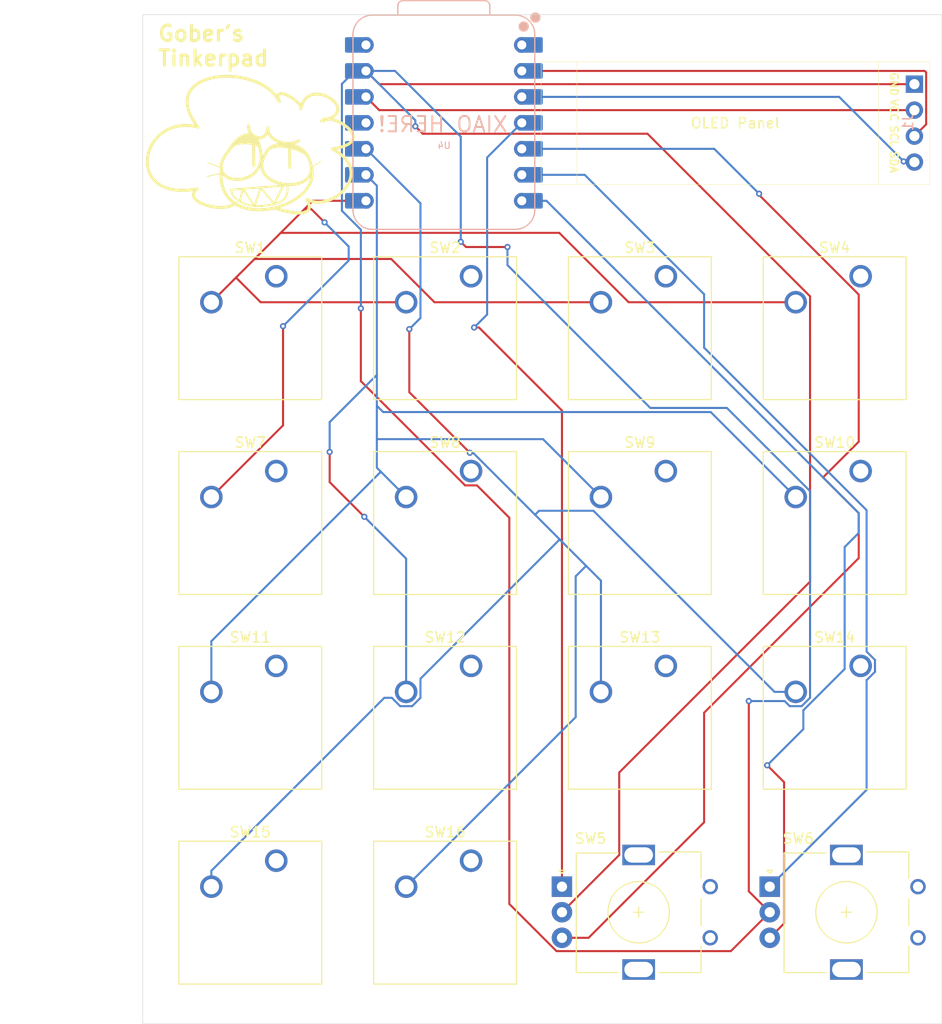
<source format=kicad_pcb>
(kicad_pcb (version 20241229) (generator "pcbnew") (generator_version "9.0")
  (layers (0 "F.Cu" signal) (2 "B.Cu" signal) (13 "F.Paste" user) (15 "B.Paste" user) (5 "F.SilkS" user "F.Silkscreen") (7 "B.SilkS" user "B.Silkscreen") (1 "F.Mask" user) (3 "B.Mask" user) (25 "Edge.Cuts" user))
  (net 0 "")
  (net 1 "Net-(J1-SCL)")
  (net 2 "Net-(J1-SDA)")
  (net 3 "Net-(J1-VCC)")
  (net 4 "GND")
  (net 5 "Net-(U4-GPIO6{slash}SDA)")
  (net 6 "Net-(U4-GPIO29{slash}ADC3{slash}A3)")
  (net 7 "Net-(U4-GPIO0{slash}TX)")
  (net 10 "+5V")
  (net 25 "Net-(U4-GPIO7{slash}SCL)")
  (net 26 "Net-(U4-GPIO1{slash}RX)")
  (net 27 "Net-(U4-GPIO2{slash}SCK)")
  (net 28 "Net-(U4-GPIO4{slash}MISO)")
  (footprint "Button_Switch_Keyboard:SW_Cherry_MX_1.00u_PCB" (layer "F.Cu") (at 157.88 95.25)
    (property "Reference" "SW9" (at -2.54 -2.794 0) (layer "F.SilkS"))
    (property "Value" "SW_Push" (hide yes))
    (fp_line (start -9.525 -1.905) (end 4.445 -1.905) (stroke (width 0.12)) (layer "F.SilkS"))
    (fp_line (start -9.525 12.065) (end -9.525 -1.905) (stroke (width 0.12)) (layer "F.SilkS"))
    (fp_line (start 4.445 -1.905) (end 4.445 12.065) (stroke (width 0.12)) (layer "F.SilkS"))
    (fp_line (start 4.445 12.065) (end -9.525 12.065) (stroke (width 0.12)) (layer "F.SilkS"))
    (pad "" np_thru_hole circle (at -7.62 5.08) (size 1.7 1.7) (drill 1.7) (layers "*.Cu" "*.Mask"))
    (pad "" np_thru_hole circle (at -2.54 5.08) (size 4 4) (drill 4) (layers "*.Cu" "*.Mask"))
    (pad "" np_thru_hole circle (at 2.54 5.08) (size 1.7 1.7) (drill 1.7) (layers "*.Cu" "*.Mask"))
    (pad "1" thru_hole circle (at 0 0) (size 2.2 2.2) (drill 1.5) (layers "*.Cu" "*.Mask"))
    (pad "2" thru_hole circle (at -6.35 2.54) (size 2.2 2.2) (drill 1.5) (layers "*.Cu" "*.Mask") (net 27 "Net-(U4-GPIO2{slash}SCK)"))
  )
  (footprint "Button_Switch_Keyboard:SW_Cherry_MX_1.00u_PCB" (layer "F.Cu") (at 119.78 76.2)
    (property "Reference" "SW1" (at -2.54 -2.794 0) (layer "F.SilkS"))
    (property "Value" "SW_Push" (hide yes))
    (fp_line (start -9.525 -1.905) (end 4.445 -1.905) (stroke (width 0.12)) (layer "F.SilkS"))
    (fp_line (start -9.525 12.065) (end -9.525 -1.905) (stroke (width 0.12)) (layer "F.SilkS"))
    (fp_line (start 4.445 -1.905) (end 4.445 12.065) (stroke (width 0.12)) (layer "F.SilkS"))
    (fp_line (start 4.445 12.065) (end -9.525 12.065) (stroke (width 0.12)) (layer "F.SilkS"))
    (pad "" np_thru_hole circle (at -7.62 5.08) (size 1.7 1.7) (drill 1.7) (layers "*.Cu" "*.Mask"))
    (pad "" np_thru_hole circle (at -2.54 5.08) (size 4 4) (drill 4) (layers "*.Cu" "*.Mask"))
    (pad "" np_thru_hole circle (at 2.54 5.08) (size 1.7 1.7) (drill 1.7) (layers "*.Cu" "*.Mask"))
    (pad "1" thru_hole circle (at 0 0) (size 2.2 2.2) (drill 1.5) (layers "*.Cu" "*.Mask"))
    (pad "2" thru_hole circle (at -6.35 2.54) (size 2.2 2.2) (drill 1.5) (layers "*.Cu" "*.Mask") (net 26 "Net-(U4-GPIO1{slash}RX)"))
  )
  (footprint "Button_Switch_Keyboard:SW_Cherry_MX_1.00u_PCB" (layer "F.Cu") (at 138.83 133.35)
    (property "Reference" "SW16" (at -2.54 -2.794 0) (layer "F.SilkS"))
    (property "Value" "SW_Push" (hide yes))
    (fp_line (start -9.525 -1.905) (end 4.445 -1.905) (stroke (width 0.12)) (layer "F.SilkS"))
    (fp_line (start -9.525 12.065) (end -9.525 -1.905) (stroke (width 0.12)) (layer "F.SilkS"))
    (fp_line (start 4.445 -1.905) (end 4.445 12.065) (stroke (width 0.12)) (layer "F.SilkS"))
    (fp_line (start 4.445 12.065) (end -9.525 12.065) (stroke (width 0.12)) (layer "F.SilkS"))
    (pad "" np_thru_hole circle (at -7.62 5.08) (size 1.7 1.7) (drill 1.7) (layers "*.Cu" "*.Mask"))
    (pad "" np_thru_hole circle (at -2.54 5.08) (size 4 4) (drill 4) (layers "*.Cu" "*.Mask"))
    (pad "" np_thru_hole circle (at 2.54 5.08) (size 1.7 1.7) (drill 1.7) (layers "*.Cu" "*.Mask"))
    (pad "1" thru_hole circle (at 0 0) (size 2.2 2.2) (drill 1.5) (layers "*.Cu" "*.Mask"))
    (pad "2" thru_hole circle (at -6.35 2.54) (size 2.2 2.2) (drill 1.5) (layers "*.Cu" "*.Mask") (net 28 "Net-(U4-GPIO4{slash}MISO)"))
  )
  (footprint "Button_Switch_Keyboard:SW_Cherry_MX_1.00u_PCB" (layer "F.Cu") (at 119.78 95.25)
    (property "Reference" "SW7" (at -2.54 -2.794 0) (layer "F.SilkS"))
    (property "Value" "SW_Push" (hide yes))
    (fp_line (start -9.525 -1.905) (end 4.445 -1.905) (stroke (width 0.12)) (layer "F.SilkS"))
    (fp_line (start -9.525 12.065) (end -9.525 -1.905) (stroke (width 0.12)) (layer "F.SilkS"))
    (fp_line (start 4.445 -1.905) (end 4.445 12.065) (stroke (width 0.12)) (layer "F.SilkS"))
    (fp_line (start 4.445 12.065) (end -9.525 12.065) (stroke (width 0.12)) (layer "F.SilkS"))
    (pad "" np_thru_hole circle (at -7.62 5.08) (size 1.7 1.7) (drill 1.7) (layers "*.Cu" "*.Mask"))
    (pad "" np_thru_hole circle (at -2.54 5.08) (size 4 4) (drill 4) (layers "*.Cu" "*.Mask"))
    (pad "" np_thru_hole circle (at 2.54 5.08) (size 1.7 1.7) (drill 1.7) (layers "*.Cu" "*.Mask"))
    (pad "1" thru_hole circle (at 0 0) (size 2.2 2.2) (drill 1.5) (layers "*.Cu" "*.Mask"))
    (pad "2" thru_hole circle (at -6.35 2.54) (size 2.2 2.2) (drill 1.5) (layers "*.Cu" "*.Mask") (net 26 "Net-(U4-GPIO1{slash}RX)"))
  )
  (footprint "custom:awesome_oled" (layer "F.Cu") (at 145.685 55.225)
    (property "Reference" "J1" (at 35.87 5.91 90) (layer "B.SilkS") (effects (justify mirror)))
    (property "Value" "custom oled pins" (hide yes))
    (fp_line (start 0 0) (end 0 12) (stroke (width 0.04)) (layer "F.SilkS"))
    (fp_line (start 0 12) (end 38 12) (stroke (width 0.04)) (layer "F.SilkS"))
    (fp_line (start 3.5 0) (end 3.5 12) (stroke (width 0.04)) (layer "F.SilkS"))
    (fp_line (start 33 0) (end 33 12) (stroke (width 0.04)) (layer "F.SilkS"))
    (fp_line (start 38 0) (end 0 0) (stroke (width 0.04)) (layer "F.SilkS"))
    (fp_line (start 38 12) (end 38 0) (stroke (width 0.04)) (layer "F.SilkS"))
    (pad "1" thru_hole rect (at 36.5 2.19) (size 1.7 1.7) (drill 1) (layers "*.Cu" "*.Mask") (net 4 "GND"))
    (pad "2" thru_hole oval (at 36.5 4.73) (size 1.7 1.7) (drill 1) (layers "*.Cu" "*.Mask") (net 3 "Net-(J1-VCC)"))
    (pad "3" thru_hole oval (at 36.5 7.27) (size 1.7 1.7) (drill 1) (layers "*.Cu" "*.Mask") (net 1 "Net-(J1-SCL)"))
    (pad "4" thru_hole oval (at 36.5 9.81) (size 1.7 1.7) (drill 1) (layers "*.Cu" "*.Mask") (net 2 "Net-(J1-SDA)"))
  )
  (footprint "Button_Switch_Keyboard:SW_Cherry_MX_1.00u_PCB" (layer "F.Cu") (at 138.83 76.2)
    (property "Reference" "SW2" (at -2.54 -2.794 0) (layer "F.SilkS"))
    (property "Value" "SW_Push" (hide yes))
    (fp_line (start -9.525 -1.905) (end 4.445 -1.905) (stroke (width 0.12)) (layer "F.SilkS"))
    (fp_line (start -9.525 12.065) (end -9.525 -1.905) (stroke (width 0.12)) (layer "F.SilkS"))
    (fp_line (start 4.445 -1.905) (end 4.445 12.065) (stroke (width 0.12)) (layer "F.SilkS"))
    (fp_line (start 4.445 12.065) (end -9.525 12.065) (stroke (width 0.12)) (layer "F.SilkS"))
    (pad "" np_thru_hole circle (at -7.62 5.08) (size 1.7 1.7) (drill 1.7) (layers "*.Cu" "*.Mask"))
    (pad "" np_thru_hole circle (at -2.54 5.08) (size 4 4) (drill 4) (layers "*.Cu" "*.Mask"))
    (pad "" np_thru_hole circle (at 2.54 5.08) (size 1.7 1.7) (drill 1.7) (layers "*.Cu" "*.Mask"))
    (pad "1" thru_hole circle (at 0 0) (size 2.2 2.2) (drill 1.5) (layers "*.Cu" "*.Mask"))
    (pad "2" thru_hole circle (at -6.35 2.54) (size 2.2 2.2) (drill 1.5) (layers "*.Cu" "*.Mask") (net 26 "Net-(U4-GPIO1{slash}RX)"))
  )
  (footprint "Button_Switch_Keyboard:SW_Cherry_MX_1.00u_PCB" (layer "F.Cu") (at 119.78 114.3)
    (property "Reference" "SW11" (at -2.54 -2.794 0) (layer "F.SilkS"))
    (property "Value" "SW_Push" (hide yes))
    (fp_line (start -9.525 -1.905) (end 4.445 -1.905) (stroke (width 0.12)) (layer "F.SilkS"))
    (fp_line (start -9.525 12.065) (end -9.525 -1.905) (stroke (width 0.12)) (layer "F.SilkS"))
    (fp_line (start 4.445 -1.905) (end 4.445 12.065) (stroke (width 0.12)) (layer "F.SilkS"))
    (fp_line (start 4.445 12.065) (end -9.525 12.065) (stroke (width 0.12)) (layer "F.SilkS"))
    (pad "" np_thru_hole circle (at -7.62 5.08) (size 1.7 1.7) (drill 1.7) (layers "*.Cu" "*.Mask"))
    (pad "" np_thru_hole circle (at -2.54 5.08) (size 4 4) (drill 4) (layers "*.Cu" "*.Mask"))
    (pad "" np_thru_hole circle (at 2.54 5.08) (size 1.7 1.7) (drill 1.7) (layers "*.Cu" "*.Mask"))
    (pad "1" thru_hole circle (at 0 0) (size 2.2 2.2) (drill 1.5) (layers "*.Cu" "*.Mask"))
    (pad "2" thru_hole circle (at -6.35 2.54) (size 2.2 2.2) (drill 1.5) (layers "*.Cu" "*.Mask") (net 27 "Net-(U4-GPIO2{slash}SCK)"))
  )
  (footprint "Button_Switch_Keyboard:SW_Cherry_MX_1.00u_PCB" (layer "F.Cu") (at 176.93 114.3)
    (property "Reference" "SW14" (at -2.54 -2.794 0) (layer "F.SilkS"))
    (property "Value" "SW_Push" (hide yes))
    (fp_line (start -9.525 -1.905) (end 4.445 -1.905) (stroke (width 0.12)) (layer "F.SilkS"))
    (fp_line (start -9.525 12.065) (end -9.525 -1.905) (stroke (width 0.12)) (layer "F.SilkS"))
    (fp_line (start 4.445 -1.905) (end 4.445 12.065) (stroke (width 0.12)) (layer "F.SilkS"))
    (fp_line (start 4.445 12.065) (end -9.525 12.065) (stroke (width 0.12)) (layer "F.SilkS"))
    (pad "" np_thru_hole circle (at -7.62 5.08) (size 1.7 1.7) (drill 1.7) (layers "*.Cu" "*.Mask"))
    (pad "" np_thru_hole circle (at -2.54 5.08) (size 4 4) (drill 4) (layers "*.Cu" "*.Mask"))
    (pad "" np_thru_hole circle (at 2.54 5.08) (size 1.7 1.7) (drill 1.7) (layers "*.Cu" "*.Mask"))
    (pad "1" thru_hole circle (at 0 0) (size 2.2 2.2) (drill 1.5) (layers "*.Cu" "*.Mask"))
    (pad "2" thru_hole circle (at -6.35 2.54) (size 2.2 2.2) (drill 1.5) (layers "*.Cu" "*.Mask") (net 28 "Net-(U4-GPIO4{slash}MISO)"))
  )
  (footprint "Button_Switch_Keyboard:SW_Cherry_MX_1.00u_PCB" (layer "F.Cu") (at 138.83 114.3)
    (property "Reference" "SW12" (at -2.54 -2.794 0) (layer "F.SilkS"))
    (property "Value" "SW_Push" (hide yes))
    (fp_line (start -9.525 -1.905) (end 4.445 -1.905) (stroke (width 0.12)) (layer "F.SilkS"))
    (fp_line (start -9.525 12.065) (end -9.525 -1.905) (stroke (width 0.12)) (layer "F.SilkS"))
    (fp_line (start 4.445 -1.905) (end 4.445 12.065) (stroke (width 0.12)) (layer "F.SilkS"))
    (fp_line (start 4.445 12.065) (end -9.525 12.065) (stroke (width 0.12)) (layer "F.SilkS"))
    (pad "" np_thru_hole circle (at -7.62 5.08) (size 1.7 1.7) (drill 1.7) (layers "*.Cu" "*.Mask"))
    (pad "" np_thru_hole circle (at -2.54 5.08) (size 4 4) (drill 4) (layers "*.Cu" "*.Mask"))
    (pad "" np_thru_hole circle (at 2.54 5.08) (size 1.7 1.7) (drill 1.7) (layers "*.Cu" "*.Mask"))
    (pad "1" thru_hole circle (at 0 0) (size 2.2 2.2) (drill 1.5) (layers "*.Cu" "*.Mask"))
    (pad "2" thru_hole circle (at -6.35 2.54) (size 2.2 2.2) (drill 1.5) (layers "*.Cu" "*.Mask") (net 27 "Net-(U4-GPIO2{slash}SCK)"))
  )
  (footprint "Button_Switch_Keyboard:SW_Cherry_MX_1.00u_PCB" (layer "F.Cu") (at 157.88 114.3)
    (property "Reference" "SW13" (at -2.54 -2.794 0) (layer "F.SilkS"))
    (property "Value" "SW_Push" (hide yes))
    (fp_line (start -9.525 -1.905) (end 4.445 -1.905) (stroke (width 0.12)) (layer "F.SilkS"))
    (fp_line (start -9.525 12.065) (end -9.525 -1.905) (stroke (width 0.12)) (layer "F.SilkS"))
    (fp_line (start 4.445 -1.905) (end 4.445 12.065) (stroke (width 0.12)) (layer "F.SilkS"))
    (fp_line (start 4.445 12.065) (end -9.525 12.065) (stroke (width 0.12)) (layer "F.SilkS"))
    (pad "" np_thru_hole circle (at -7.62 5.08) (size 1.7 1.7) (drill 1.7) (layers "*.Cu" "*.Mask"))
    (pad "" np_thru_hole circle (at -2.54 5.08) (size 4 4) (drill 4) (layers "*.Cu" "*.Mask"))
    (pad "" np_thru_hole circle (at 2.54 5.08) (size 1.7 1.7) (drill 1.7) (layers "*.Cu" "*.Mask"))
    (pad "1" thru_hole circle (at 0 0) (size 2.2 2.2) (drill 1.5) (layers "*.Cu" "*.Mask"))
    (pad "2" thru_hole circle (at -6.35 2.54) (size 2.2 2.2) (drill 1.5) (layers "*.Cu" "*.Mask") (net 28 "Net-(U4-GPIO4{slash}MISO)"))
  )
  (footprint "Rotary_Encoder:RotaryEncoder_Alps_EC11E_Vertical_H20mm" (layer "F.Cu") (at 168.04 135.89)
    (property "Reference" "SW6" (at 2.8 -4.7 0) (layer "F.SilkS"))
    (property "Value" "RotaryEncoder" (hide yes))
    (fp_line (start -0.3 -1.6) (end 0.3 -1.6) (stroke (width 0.12)) (layer "F.SilkS"))
    (fp_line (start 0 -1.3) (end -0.3 -1.6) (stroke (width 0.12)) (layer "F.SilkS"))
    (fp_line (start 0.3 -1.6) (end 0 -1.3) (stroke (width 0.12)) (layer "F.SilkS"))
    (fp_line (start 1.4 -3.3) (end 1.4 8.4) (stroke (width 0.12)) (layer "F.SilkS"))
    (fp_line (start 5.5 -3.3) (end 1.4 -3.3) (stroke (width 0.12)) (layer "F.SilkS"))
    (fp_line (start 5.5 8.4) (end 1.4 8.4) (stroke (width 0.12)) (layer "F.SilkS"))
    (fp_line (start 7 2.5) (end 8 2.5) (stroke (width 0.12)) (layer "F.SilkS"))
    (fp_line (start 7.5 2) (end 7.5 3) (stroke (width 0.12)) (layer "F.SilkS"))
    (fp_line (start 9.5 -3.4) (end 13.6 -3.4) (stroke (width 0.12)) (layer "F.SilkS"))
    (fp_line (start 13.6 -3.4) (end 13.6 -0.8) (stroke (width 0.12)) (layer "F.SilkS"))
    (fp_line (start 13.6 1.2) (end 13.6 3.8) (stroke (width 0.12)) (layer "F.SilkS"))
    (fp_line (start 13.6 5.8) (end 13.6 8.4) (stroke (width 0.12)) (layer "F.SilkS"))
    (fp_line (start 13.6 8.4) (end 9.5 8.4) (stroke (width 0.12)) (layer "F.SilkS"))
    (fp_circle (center 7.5 2.5) (end 10.5 2.5) (stroke (width 0.12)) (fill no) (layer "F.SilkS"))
    (pad "" thru_hole circle (at 14.5 0) (size 1.5 1.5) (drill 1) (layers "*.Cu" "*.Mask"))
    (pad "" thru_hole circle (at 14.5 5) (size 1.5 1.5) (drill 1) (layers "*.Cu" "*.Mask"))
    (pad "A" thru_hole rect (at 0 0) (size 2 2) (drill 1) (layers "*.Cu" "*.Mask") (net 25 "Net-(U4-GPIO7{slash}SCL)"))
    (pad "B" thru_hole circle (at 0 5) (size 2 2) (drill 1) (layers "*.Cu" "*.Mask") (net 7 "Net-(U4-GPIO0{slash}TX)"))
    (pad "C" thru_hole circle (at 0 2.5) (size 2 2) (drill 1) (layers "*.Cu" "*.Mask") (net 4 "GND"))
    (pad "MP" thru_hole rect (at 7.5 -3.1) (size 3.2 2) (drill oval 2.8 1.5) (layers "*.Cu" "*.Mask"))
    (pad "MP" thru_hole rect (at 7.5 8.1) (size 3.2 2) (drill oval 2.8 1.5) (layers "*.Cu" "*.Mask"))
  )
  (footprint "Button_Switch_Keyboard:SW_Cherry_MX_1.00u_PCB" (layer "F.Cu") (at 176.93 95.25)
    (property "Reference" "SW10" (at -2.54 -2.794 0) (layer "F.SilkS"))
    (property "Value" "SW_Push" (hide yes))
    (fp_line (start -9.525 -1.905) (end 4.445 -1.905) (stroke (width 0.12)) (layer "F.SilkS"))
    (fp_line (start -9.525 12.065) (end -9.525 -1.905) (stroke (width 0.12)) (layer "F.SilkS"))
    (fp_line (start 4.445 -1.905) (end 4.445 12.065) (stroke (width 0.12)) (layer "F.SilkS"))
    (fp_line (start 4.445 12.065) (end -9.525 12.065) (stroke (width 0.12)) (layer "F.SilkS"))
    (pad "" np_thru_hole circle (at -7.62 5.08) (size 1.7 1.7) (drill 1.7) (layers "*.Cu" "*.Mask"))
    (pad "" np_thru_hole circle (at -2.54 5.08) (size 4 4) (drill 4) (layers "*.Cu" "*.Mask"))
    (pad "" np_thru_hole circle (at 2.54 5.08) (size 1.7 1.7) (drill 1.7) (layers "*.Cu" "*.Mask"))
    (pad "1" thru_hole circle (at 0 0) (size 2.2 2.2) (drill 1.5) (layers "*.Cu" "*.Mask"))
    (pad "2" thru_hole circle (at -6.35 2.54) (size 2.2 2.2) (drill 1.5) (layers "*.Cu" "*.Mask") (net 27 "Net-(U4-GPIO2{slash}SCK)"))
  )
  (footprint "Button_Switch_Keyboard:SW_Cherry_MX_1.00u_PCB" (layer "F.Cu") (at 119.78 133.35)
    (property "Reference" "SW15" (at -2.54 -2.794 0) (layer "F.SilkS"))
    (property "Value" "SW_Push" (hide yes))
    (fp_line (start -9.525 -1.905) (end 4.445 -1.905) (stroke (width 0.12)) (layer "F.SilkS"))
    (fp_line (start -9.525 12.065) (end -9.525 -1.905) (stroke (width 0.12)) (layer "F.SilkS"))
    (fp_line (start 4.445 -1.905) (end 4.445 12.065) (stroke (width 0.12)) (layer "F.SilkS"))
    (fp_line (start 4.445 12.065) (end -9.525 12.065) (stroke (width 0.12)) (layer "F.SilkS"))
    (pad "" np_thru_hole circle (at -7.62 5.08) (size 1.7 1.7) (drill 1.7) (layers "*.Cu" "*.Mask"))
    (pad "" np_thru_hole circle (at -2.54 5.08) (size 4 4) (drill 4) (layers "*.Cu" "*.Mask"))
    (pad "" np_thru_hole circle (at 2.54 5.08) (size 1.7 1.7) (drill 1.7) (layers "*.Cu" "*.Mask"))
    (pad "1" thru_hole circle (at 0 0) (size 2.2 2.2) (drill 1.5) (layers "*.Cu" "*.Mask"))
    (pad "2" thru_hole circle (at -6.35 2.54) (size 2.2 2.2) (drill 1.5) (layers "*.Cu" "*.Mask") (net 28 "Net-(U4-GPIO4{slash}MISO)"))
  )
  (footprint "Button_Switch_Keyboard:SW_Cherry_MX_1.00u_PCB" (layer "F.Cu") (at 138.83 95.25)
    (property "Reference" "SW8" (at -2.54 -2.794 0) (layer "F.SilkS"))
    (property "Value" "SW_Push" (hide yes))
    (fp_line (start -9.525 -1.905) (end 4.445 -1.905) (stroke (width 0.12)) (layer "F.SilkS"))
    (fp_line (start -9.525 12.065) (end -9.525 -1.905) (stroke (width 0.12)) (layer "F.SilkS"))
    (fp_line (start 4.445 -1.905) (end 4.445 12.065) (stroke (width 0.12)) (layer "F.SilkS"))
    (fp_line (start 4.445 12.065) (end -9.525 12.065) (stroke (width 0.12)) (layer "F.SilkS"))
    (pad "" np_thru_hole circle (at -7.62 5.08) (size 1.7 1.7) (drill 1.7) (layers "*.Cu" "*.Mask"))
    (pad "" np_thru_hole circle (at -2.54 5.08) (size 4 4) (drill 4) (layers "*.Cu" "*.Mask"))
    (pad "" np_thru_hole circle (at 2.54 5.08) (size 1.7 1.7) (drill 1.7) (layers "*.Cu" "*.Mask"))
    (pad "1" thru_hole circle (at 0 0) (size 2.2 2.2) (drill 1.5) (layers "*.Cu" "*.Mask"))
    (pad "2" thru_hole circle (at -6.35 2.54) (size 2.2 2.2) (drill 1.5) (layers "*.Cu" "*.Mask") (net 27 "Net-(U4-GPIO2{slash}SCK)"))
  )
  (footprint "Rotary_Encoder:RotaryEncoder_Alps_EC11E_Vertical_H20mm" (layer "F.Cu") (at 147.72 135.89)
    (property "Reference" "SW5" (at 2.8 -4.7 0) (layer "F.SilkS"))
    (property "Value" "RotaryEncoder" (hide yes))
    (fp_line (start -0.3 -1.6) (end 0.3 -1.6) (stroke (width 0.12)) (layer "F.SilkS"))
    (fp_line (start 0 -1.3) (end -0.3 -1.6) (stroke (width 0.12)) (layer "F.SilkS"))
    (fp_line (start 0.3 -1.6) (end 0 -1.3) (stroke (width 0.12)) (layer "F.SilkS"))
    (fp_line (start 1.4 -3.3) (end 1.4 8.4) (stroke (width 0.12)) (layer "F.SilkS"))
    (fp_line (start 5.5 -3.3) (end 1.4 -3.3) (stroke (width 0.12)) (layer "F.SilkS"))
    (fp_line (start 5.5 8.4) (end 1.4 8.4) (stroke (width 0.12)) (layer "F.SilkS"))
    (fp_line (start 7 2.5) (end 8 2.5) (stroke (width 0.12)) (layer "F.SilkS"))
    (fp_line (start 7.5 2) (end 7.5 3) (stroke (width 0.12)) (layer "F.SilkS"))
    (fp_line (start 9.5 -3.4) (end 13.6 -3.4) (stroke (width 0.12)) (layer "F.SilkS"))
    (fp_line (start 13.6 -3.4) (end 13.6 -0.8) (stroke (width 0.12)) (layer "F.SilkS"))
    (fp_line (start 13.6 1.2) (end 13.6 3.8) (stroke (width 0.12)) (layer "F.SilkS"))
    (fp_line (start 13.6 5.8) (end 13.6 8.4) (stroke (width 0.12)) (layer "F.SilkS"))
    (fp_line (start 13.6 8.4) (end 9.5 8.4) (stroke (width 0.12)) (layer "F.SilkS"))
    (fp_circle (center 7.5 2.5) (end 10.5 2.5) (stroke (width 0.12)) (fill no) (layer "F.SilkS"))
    (pad "" thru_hole circle (at 14.5 0) (size 1.5 1.5) (drill 1) (layers "*.Cu" "*.Mask"))
    (pad "" thru_hole circle (at 14.5 5) (size 1.5 1.5) (drill 1) (layers "*.Cu" "*.Mask"))
    (pad "A" thru_hole rect (at 0 0) (size 2 2) (drill 1) (layers "*.Cu" "*.Mask") (net 6 "Net-(U4-GPIO29{slash}ADC3{slash}A3)"))
    (pad "B" thru_hole circle (at 0 5) (size 2 2) (drill 1) (layers "*.Cu" "*.Mask") (net 5 "Net-(U4-GPIO6{slash}SDA)"))
    (pad "C" thru_hole circle (at 0 2.5) (size 2 2) (drill 1) (layers "*.Cu" "*.Mask") (net 4 "GND"))
    (pad "MP" thru_hole rect (at 7.5 -3.1) (size 3.2 2) (drill oval 2.8 1.5) (layers "*.Cu" "*.Mask"))
    (pad "MP" thru_hole rect (at 7.5 8.1) (size 3.2 2) (drill oval 2.8 1.5) (layers "*.Cu" "*.Mask"))
  )
  (footprint "Button_Switch_Keyboard:SW_Cherry_MX_1.00u_PCB" (layer "F.Cu") (at 157.88 76.2)
    (property "Reference" "SW3" (at -2.54 -2.794 0) (layer "F.SilkS"))
    (property "Value" "SW_Push" (hide yes))
    (fp_line (start -9.525 -1.905) (end 4.445 -1.905) (stroke (width 0.12)) (layer "F.SilkS"))
    (fp_line (start -9.525 12.065) (end -9.525 -1.905) (stroke (width 0.12)) (layer "F.SilkS"))
    (fp_line (start 4.445 -1.905) (end 4.445 12.065) (stroke (width 0.12)) (layer "F.SilkS"))
    (fp_line (start 4.445 12.065) (end -9.525 12.065) (stroke (width 0.12)) (layer "F.SilkS"))
    (pad "" np_thru_hole circle (at -7.62 5.08) (size 1.7 1.7) (drill 1.7) (layers "*.Cu" "*.Mask"))
    (pad "" np_thru_hole circle (at -2.54 5.08) (size 4 4) (drill 4) (layers "*.Cu" "*.Mask"))
    (pad "" np_thru_hole circle (at 2.54 5.08) (size 1.7 1.7) (drill 1.7) (layers "*.Cu" "*.Mask"))
    (pad "1" thru_hole circle (at 0 0) (size 2.2 2.2) (drill 1.5) (layers "*.Cu" "*.Mask"))
    (pad "2" thru_hole circle (at -6.35 2.54) (size 2.2 2.2) (drill 1.5) (layers "*.Cu" "*.Mask") (net 26 "Net-(U4-GPIO1{slash}RX)"))
  )
  (footprint "Button_Switch_Keyboard:SW_Cherry_MX_1.00u_PCB" (layer "F.Cu") (at 176.93 76.2)
    (property "Reference" "SW4" (at -2.54 -2.794 0) (layer "F.SilkS"))
    (property "Value" "SW_Push" (hide yes))
    (fp_line (start -9.525 -1.905) (end 4.445 -1.905) (stroke (width 0.12)) (layer "F.SilkS"))
    (fp_line (start -9.525 12.065) (end -9.525 -1.905) (stroke (width 0.12)) (layer "F.SilkS"))
    (fp_line (start 4.445 -1.905) (end 4.445 12.065) (stroke (width 0.12)) (layer "F.SilkS"))
    (fp_line (start 4.445 12.065) (end -9.525 12.065) (stroke (width 0.12)) (layer "F.SilkS"))
    (pad "" np_thru_hole circle (at -7.62 5.08) (size 1.7 1.7) (drill 1.7) (layers "*.Cu" "*.Mask"))
    (pad "" np_thru_hole circle (at -2.54 5.08) (size 4 4) (drill 4) (layers "*.Cu" "*.Mask"))
    (pad "" np_thru_hole circle (at 2.54 5.08) (size 1.7 1.7) (drill 1.7) (layers "*.Cu" "*.Mask"))
    (pad "1" thru_hole circle (at 0 0) (size 2.2 2.2) (drill 1.5) (layers "*.Cu" "*.Mask"))
    (pad "2" thru_hole circle (at -6.35 2.54) (size 2.2 2.2) (drill 1.5) (layers "*.Cu" "*.Mask") (net 26 "Net-(U4-GPIO1{slash}RX)"))
  )
  (footprint "xiao_stuff:XIAO-RP2040-DIP" (layer "B.Cu") (at 136.17 61.2 180)
    (property "Reference" "U4" (at -0.025 -2.22 0) (layer "B.SilkS") (effects (font (size 0.635 0.635) (thickness 0.1016)) (justify mirror)))
    (property "Value" "XIAO-RP2040-DIP" (hide yes))
    (fp_line (start 8.89 -8.509) (end 8.89 8.636) (stroke (width 0.127)) (layer "B.SilkS"))
    (fp_line (start 6.985 10.541) (end -6.985 10.541) (stroke (width 0.1)) (layer "B.SilkS"))
    (fp_line (start 6.985 10.541) (end -6.985 10.541) (stroke (width 0.127)) (layer "B.SilkS"))
    (fp_line (start 4.504 11.451) (end 4.504 10.541) (stroke (width 0.127)) (layer "B.SilkS"))
    (fp_line (start -3.991272 11.951) (end 4.004 11.951) (stroke (width 0.127)) (layer "B.SilkS"))
    (fp_line (start -4.495 10.541) (end -4.491272 11.451272) (stroke (width 0.127)) (layer "B.SilkS"))
    (fp_line (start -6.985 -10.414) (end 6.985 -10.414) (stroke (width 0.127)) (layer "B.SilkS"))
    (fp_line (start -8.89 -8.509) (end -8.89 8.636) (stroke (width 0.127)) (layer "B.SilkS"))
    (fp_arc (start 8.89 8.636) (mid 8.332038 9.983038) (end 6.985 10.541) (stroke (width 0.127)) (layer "B.SilkS"))
    (fp_arc (start 6.985 -10.414) (mid 8.332038 -9.856038) (end 8.89 -8.509) (stroke (width 0.127)) (layer "B.SilkS"))
    (fp_arc (start 4.504 11.451) (mid 4.357553 11.804553) (end 4.004 11.951) (stroke (width 0.127)) (layer "B.SilkS"))
    (fp_arc (start -3.991272 11.951) (mid -4.344724 11.804644) (end -4.491272 11.451272) (stroke (width 0.127)) (layer "B.SilkS"))
    (fp_arc (start -6.985 10.541) (mid -8.332038 9.983038) (end -8.89 8.636) (stroke (width 0.127)) (layer "B.SilkS"))
    (fp_arc (start -8.89 -8.509) (mid -8.332038 -9.856038) (end -6.985 -10.414) (stroke (width 0.127)) (layer "B.SilkS"))
    (fp_circle (center -7.807 9.42) (end -7.807 9.674) (stroke (width 0.5)) (fill yes) (layer "B.SilkS"))
    (fp_circle (center -8.95 10.3) (end -8.95 10.554) (stroke (width 0.5)) (fill yes) (layer "B.SilkS"))
    (pad "1" smd roundrect (at -8.455 7.62) (size 2.432 1.524) (layers "B.Cu" "B.Mask") (roundrect_rratio 0.1))
    (pad "1" thru_hole circle (at -7.62 7.62) (size 1.524 1.524) (drill 0.889) (layers "*.Cu" "*.Mask"))
    (pad "2" smd roundrect (at -8.455 5.08) (size 2.432 1.524) (layers "B.Cu" "B.Mask") (roundrect_rratio 0.1) (net 1 "Net-(J1-SCL)"))
    (pad "2" thru_hole circle (at -7.62 5.08) (size 1.524 1.524) (drill 0.889) (layers "*.Cu" "*.Mask") (net 1 "Net-(J1-SCL)"))
    (pad "3" smd roundrect (at -8.455 2.54) (size 2.432 1.524) (layers "B.Cu" "B.Mask") (roundrect_rratio 0.1) (net 2 "Net-(J1-SDA)"))
    (pad "3" thru_hole circle (at -7.62 2.54) (size 1.524 1.524) (drill 0.889) (layers "*.Cu" "*.Mask") (net 2 "Net-(J1-SDA)"))
    (pad "4" smd roundrect (at -8.455 0) (size 2.432 1.524) (layers "B.Cu" "B.Mask") (roundrect_rratio 0.1) (net 6 "Net-(U4-GPIO29{slash}ADC3{slash}A3)"))
    (pad "4" thru_hole circle (at -7.62 0) (size 1.524 1.524) (drill 0.889) (layers "*.Cu" "*.Mask") (net 6 "Net-(U4-GPIO29{slash}ADC3{slash}A3)"))
    (pad "5" smd roundrect (at -8.455 -2.54) (size 2.432 1.524) (layers "B.Cu" "B.Mask") (roundrect_rratio 0.1) (net 5 "Net-(U4-GPIO6{slash}SDA)"))
    (pad "5" thru_hole circle (at -7.62 -2.54) (size 1.524 1.524) (drill 0.889) (layers "*.Cu" "*.Mask") (net 5 "Net-(U4-GPIO6{slash}SDA)"))
    (pad "6" smd roundrect (at -8.455 -5.08) (size 2.432 1.524) (layers "B.Cu" "B.Mask") (roundrect_rratio 0.1) (net 25 "Net-(U4-GPIO7{slash}SCL)"))
    (pad "6" thru_hole circle (at -7.62 -5.08) (size 1.524 1.524) (drill 0.889) (layers "*.Cu" "*.Mask") (net 25 "Net-(U4-GPIO7{slash}SCL)"))
    (pad "7" smd roundrect (at -8.455 -7.62) (size 2.432 1.524) (layers "B.Cu" "B.Mask") (roundrect_rratio 0.1) (net 7 "Net-(U4-GPIO0{slash}TX)"))
    (pad "7" thru_hole circle (at -7.62 -7.62) (size 1.524 1.524) (drill 0.889) (layers "*.Cu" "*.Mask") (net 7 "Net-(U4-GPIO0{slash}TX)"))
    (pad "8" thru_hole circle (at 7.62 -7.62 180) (size 1.524 1.524) (drill 0.889) (layers "*.Cu" "*.Mask") (net 26 "Net-(U4-GPIO1{slash}RX)"))
    (pad "8" smd roundrect (at 8.455 -7.62 180) (size 2.432 1.524) (layers "B.Cu" "B.Mask") (roundrect_rratio 0.1) (net 26 "Net-(U4-GPIO1{slash}RX)"))
    (pad "9" thru_hole circle (at 7.62 -5.08 180) (size 1.524 1.524) (drill 0.889) (layers "*.Cu" "*.Mask") (net 27 "Net-(U4-GPIO2{slash}SCK)"))
    (pad "9" smd roundrect (at 8.455 -5.08 180) (size 2.432 1.524) (layers "B.Cu" "B.Mask") (roundrect_rratio 0.1) (net 27 "Net-(U4-GPIO2{slash}SCK)"))
    (pad "10" thru_hole circle (at 7.62 -2.54 180) (size 1.524 1.524) (drill 0.889) (layers "*.Cu" "*.Mask") (net 28 "Net-(U4-GPIO4{slash}MISO)"))
    (pad "10" smd roundrect (at 8.455 -2.54 180) (size 2.432 1.524) (layers "B.Cu" "B.Mask") (roundrect_rratio 0.1) (net 28 "Net-(U4-GPIO4{slash}MISO)"))
    (pad "11" thru_hole circle (at 7.62 0 180) (size 1.524 1.524) (drill 0.889) (layers "*.Cu" "*.Mask"))
    (pad "11" smd roundrect (at 8.455 0 180) (size 2.432 1.524) (layers "B.Cu" "B.Mask") (roundrect_rratio 0.1))
    (pad "12" thru_hole circle (at 7.62 2.54 180) (size 1.524 1.524) (drill 0.889) (layers "*.Cu" "*.Mask") (net 3 "Net-(J1-VCC)"))
    (pad "12" smd roundrect (at 8.455 2.54 180) (size 2.432 1.524) (layers "B.Cu" "B.Mask") (roundrect_rratio 0.1) (net 3 "Net-(J1-VCC)"))
    (pad "13" thru_hole circle (at 7.62 5.08 180) (size 1.524 1.524) (drill 0.889) (layers "*.Cu" "*.Mask") (net 4 "GND"))
    (pad "13" smd roundrect (at 8.455 5.08 180) (size 2.432 1.524) (layers "B.Cu" "B.Mask") (roundrect_rratio 0.1) (net 4 "GND"))
    (pad "14" thru_hole circle (at 7.62 7.62 180) (size 1.524 1.524) (drill 0.889) (layers "*.Cu" "*.Mask") (net 10 "+5V"))
    (pad "14" smd roundrect (at 8.455 7.62 180) (size 2.432 1.524) (layers "B.Cu" "B.Mask") (roundrect_rratio 0.1) (net 10 "+5V"))
  )
  (gr_line (start 115.365 67.735) (end 120.855 67.305) (stroke (width 0.2)) (layer "F.SilkS"))
  (gr_line (start 121.09 63.74) (end 121.1 65.56) (stroke (width 0.3)) (layer "F.SilkS"))
  (gr_line (start 114.41 65.6) (end 113.09 65.1) (stroke (width 0.1)) (layer "F.SilkS"))
  (gr_curve (pts (xy 118.77 64.15) (xy 119.26 62.82) (xy 122.31 63.74) (xy 122.82 64.4)) (stroke (width 0.3)) (layer "F.SilkS"))
  (gr_curve (pts (xy 117.08 61.48) (xy 116.93 62.51) (xy 118.75 63.43) (xy 118.98 61.68)) (stroke (width 0.3)) (layer "F.SilkS"))
  (gr_line (start 120.42 67.41) (end 119.58 69.11) (stroke (width 0.2)) (layer "F.SilkS"))
  (gr_line (start 119.58 69.11) (end 118.24 67.54) (stroke (width 0.2)) (layer "F.SilkS"))
  (gr_curve (pts (xy 118.97 61.69) (xy 118.82 62.72) (xy 120.55 63.66) (xy 121.98 62.97)) (stroke (width 0.3)) (layer "F.SilkS"))
  (gr_line (start 117.65 69.35) (end 116.51 67.63) (stroke (width 0.2)) (layer "F.SilkS"))
  (gr_line (start 118.24 67.54) (end 117.65 69.35) (stroke (width 0.2)) (layer "F.SilkS"))
  (gr_curve (pts (xy 112.12 61.61) (xy 106.46 60.19) (xy 104.66 69.01) (xy 112.04 67.66)) (stroke (width 0.3)) (layer "F.SilkS"))
  (gr_curve (pts (xy 115.14 63.92) (xy 116.22 61.97) (xy 117.85 61.9) (xy 118.08 63.36)) (stroke (width 0.3)) (layer "F.SilkS"))
  (gr_curve (pts (xy 112.12 61.61) (xy 107.78 55.99) (xy 118.03 55.13) (xy 120.08 59.11)) (stroke (width 0.3)) (layer "F.SilkS"))
  (gr_curve (pts (xy 114.41 65.6) (xy 113.65 72.32) (xy 124.34 69.66) (xy 123.21 65.57)) (stroke (width 0.3)) (layer "F.SilkS"))
  (gr_curve (pts (xy 115.365 67.735) (xy 115.36 68.53) (xy 116.72 69.61) (xy 118.67 69.29)) (stroke (width 0.2)) (layer "F.SilkS"))
  (gr_line (start 114.32 66.15) (end 112.99 66.45) (stroke (width 0.1)) (layer "F.SilkS"))
  (gr_curve (pts (xy 122.78 68.68) (xy 124.03 71.01) (xy 119.8 69.59) (xy 119.63 69.54)) (stroke (width 0.3)) (layer "F.SilkS"))
  (gr_curve (pts (xy 115.14 63.92) (xy 112.04 67.66) (xy 119.68 67.87) (xy 118.08 63.36)) (stroke (width 0.3)) (layer "F.SilkS"))
  (gr_curve (pts (xy 120.08 59.11) (xy 119.24 57.29) (xy 122.48 59.16) (xy 122.17 59.82)) (stroke (width 0.3)) (layer "F.SilkS"))
  (gr_curve (pts (xy 120.855 67.305) (xy 121.11 69.07) (xy 119.63 69.14) (xy 118.67 69.29)) (stroke (width 0.2)) (layer "F.SilkS"))
  (gr_curve (pts (xy 122.82 64.4) (xy 125.1 68.58) (xy 116.44 67.85) (xy 118.77 64.15)) (stroke (width 0.3)) (layer "F.SilkS"))
  (gr_curve (pts (xy 112.04 67.66) (xy 110.46 68.87) (xy 114.45 70.14) (xy 115.83 69.06)) (stroke (width 0.3)) (layer "F.SilkS"))
  (gr_curve (pts (xy 115.14 63.92) (xy 115.77 62.59) (xy 118.08 63.36) (xy 118.08 63.36)) (stroke (width 0.3)) (layer "F.SilkS"))
  (gr_line (start 116.51 67.63) (end 116.21 68.88) (stroke (width 0.2)) (layer "F.SilkS"))
  (gr_curve (pts (xy 118.77 64.15) (xy 119.35 62.88) (xy 121.98 62.97) (xy 122.82 64.4)) (stroke (width 0.3)) (layer "F.SilkS"))
  (gr_curve (pts (xy 124.22 61.02) (xy 124.95 59.97) (xy 130.09 63.04) (xy 125.25 63.75)) (stroke (width 0.3)) (layer "F.SilkS"))
  (gr_line (start 117.56 63.33) (end 117.58 65.37) (stroke (width 0.3)) (layer "F.SilkS"))
  (gr_line (start 123.21 65.57) (end 124.1 64.99) (stroke (width 0.1)) (layer "F.SilkS"))
  (gr_curve (pts (xy 125.25 63.75) (xy 129.61 66.02) (xy 125.19 70.05) (xy 122.78 68.68)) (stroke (width 0.3)) (layer "F.SilkS"))
  (gr_curve (pts (xy 122.17 59.82) (xy 122.89 56.38) (xy 128.44 60.11) (xy 124.22 61.02)) (stroke (width 0.3)) (layer "F.SilkS"))
  (gr_rect (start 106.71 50.62) (end 184.88 149.3) (stroke (width 0.05)) (fill no) (layer "Edge.Cuts"))
  (gr_text "GND" (at 180.185 57.415 270) (layer "F.SilkS") (effects (font (size 0.75 0.75))))
  (gr_text "SCL" (at 180.185 62.495 270) (layer "F.SilkS") (effects (font (size 0.75 0.75))))
  (gr_text "OLED Panel" (at 164.685 61.225 0) (layer "F.SilkS") (effects (font (size 1 1))))
  (gr_text "Gober's\nTinkerpad" (at 108.07 55.76 0) (layer "F.SilkS") (effects (font (size 1.5 1.5) (thickness 0.3) (bold yes)) (justify left bottom)))
  (gr_text "SDA" (at 180.185 65.035 270) (layer "F.SilkS") (effects (font (size 0.75 0.75))))
  (gr_text "VCC" (at 180.185 59.955 270) (layer "F.SilkS") (effects (font (size 0.75 0.75))))
  (gr_text "XIAO HERE!" (at 142.52 62.22 0) (layer "B.SilkS") (effects (font (size 1.5 1.5) (thickness 0.1875)) (justify left bottom mirror)))
  (segment (start 182.185 62.495) (end 183.336 61.344) (width 0.2) (layer "F.Cu") (net 1))
  (segment (start 183.192 56.12) (end 143.79 56.12) (width 0.2) (layer "F.Cu") (net 1))
  (segment (start 183.336 56.264) (end 183.192 56.12) (width 0.2) (layer "F.Cu") (net 1))
  (segment (start 183.336 61.344) (end 183.336 56.264) (width 0.2) (layer "F.Cu") (net 1))
  (segment (start 181.201381 65.035) (end 181.136977 64.970596) (width 0.2) (layer "F.Cu") (net 2))
  (segment (start 182.185 65.035) (end 181.201381 65.035) (width 0.2) (layer "F.Cu") (net 2))
  (via (at 181.136977 64.970596) (size 0.6) (drill 0.3) (layers "F.Cu" "B.Cu") (net 2))
  (segment (start 174.826381 58.66) (end 143.79 58.66) (width 0.2) (layer "B.Cu") (net 2))
  (segment (start 181.136977 64.970596) (end 174.826381 58.66) (width 0.2) (layer "B.Cu") (net 2))
  (segment (start 182.185 59.955) (end 129.845 59.955) (width 0.2) (layer "F.Cu") (net 3))
  (segment (start 129.845 59.955) (end 128.55 58.66) (width 0.2) (layer "F.Cu") (net 3))
  (segment (start 142.571 137.580892) (end 142.571 99.811686) (width 0.2) (layer "F.Cu") (net 4))
  (segment (start 129.845 57.415) (end 128.55 56.12) (width 0.2) (layer "F.Cu") (net 4))
  (segment (start 171.981 78.159686) (end 156.084314 62.263) (width 0.2) (layer "F.Cu") (net 4))
  (segment (start 171.981 106.063816) (end 171.981 78.159686) (width 0.2) (layer "F.Cu") (net 4))
  (segment (start 139.410314 96.651) (end 138.249686 96.651) (width 0.2) (layer "F.Cu") (net 4))
  (segment (start 182.185 57.415) (end 129.845 57.415) (width 0.2) (layer "F.Cu") (net 4))
  (segment (start 156.084314 62.263) (end 134.103 62.263) (width 0.2) (layer "F.Cu") (net 4))
  (segment (start 147.72 138.39) (end 153.319 132.791) (width 0.2) (layer "F.Cu") (net 4))
  (segment (start 168.04 138.39) (end 164.239 142.191) (width 0.2) (layer "F.Cu") (net 4))
  (segment (start 138.33 73.34) (end 137.82 72.83) (width 0.2) (layer "F.Cu") (net 4))
  (segment (start 153.319 124.725816) (end 171.981 106.063816) (width 0.2) (layer "F.Cu") (net 4))
  (segment (start 128.05 86.451314) (end 128.05 79.34) (width 0.2) (layer "F.Cu") (net 4))
  (segment (start 164.239 142.191) (end 147.181108 142.191) (width 0.2) (layer "F.Cu") (net 4))
  (segment (start 134.103 62.263) (end 133.38 61.54) (width 0.2) (layer "F.Cu") (net 4))
  (segment (start 147.181108 142.191) (end 142.571 137.580892) (width 0.2) (layer "F.Cu") (net 4))
  (segment (start 142.571 99.811686) (end 139.410314 96.651) (width 0.2) (layer "F.Cu") (net 4))
  (segment (start 165.99 136.34) (end 165.99 117.74) (width 0.2) (layer "F.Cu") (net 4))
  (segment (start 168.04 138.39) (end 165.99 136.34) (width 0.2) (layer "F.Cu") (net 4))
  (segment (start 153.319 132.791) (end 153.319 124.725816) (width 0.2) (layer "F.Cu") (net 4))
  (segment (start 138.249686 96.651) (end 128.05 86.451314) (width 0.2) (layer "F.Cu") (net 4))
  (segment (start 142.39 73.34) (end 138.33 73.34) (width 0.2) (layer "F.Cu") (net 4))
  (via (at 165.99 117.74) (size 0.6) (drill 0.3) (layers "F.Cu" "B.Cu") (net 4))
  (via (at 133.38 61.54) (size 0.6) (drill 0.3) (layers "F.Cu" "B.Cu") (net 4))
  (via (at 137.82 72.83) (size 0.6) (drill 0.3) (layers "F.Cu" "B.Cu") (net 4))
  (via (at 142.39 73.34) (size 0.6) (drill 0.3) (layers "F.Cu" "B.Cu") (net 4))
  (via (at 128.05 79.34) (size 0.6) (drill 0.3) (layers "F.Cu" "B.Cu") (net 4))
  (segment (start 133.38 61.54) (end 133.38 60.95) (width 0.2) (layer "B.Cu") (net 4))
  (segment (start 169.498686 117.74) (end 169.999686 118.241) (width 0.2) (layer "B.Cu") (net 4))
  (segment (start 128.05 79.34) (end 128.05 71.646) (width 0.2) (layer "B.Cu") (net 4))
  (segment (start 156.359 89.079) (end 142.39 75.11) (width 0.2) (layer "B.Cu") (net 4))
  (segment (start 131.39 56.12) (end 128.55 56.12) (width 0.2) (layer "B.Cu") (net 4))
  (segment (start 126.198 69.794) (end 126.198 57.39437) (width 0.2) (layer "B.Cu") (net 4))
  (segment (start 128.05 71.646) (end 126.198 69.794) (width 0.2) (layer "B.Cu") (net 4))
  (segment (start 133.38 60.95) (end 128.55 56.12) (width 0.2) (layer "B.Cu") (net 4))
  (segment (start 137.82 62.55) (end 131.39 56.12) (width 0.2) (layer "B.Cu") (net 4))
  (segment (start 169.999686 118.241) (end 171.160314 118.241) (width 0.2) (layer "B.Cu") (net 4))
  (segment (start 171.981 97.209686) (end 163.850314 89.079) (width 0.2) (layer "B.Cu") (net 4))
  (segment (start 171.981 117.420314) (end 171.981 97.209686) (width 0.2) (layer "B.Cu") (net 4))
  (segment (start 137.82 72.83) (end 137.82 62.55) (width 0.2) (layer "B.Cu") (net 4))
  (segment (start 142.39 75.11) (end 142.39 73.34) (width 0.2) (layer "B.Cu") (net 4))
  (segment (start 126.198 57.39437) (end 127.47237 56.12) (width 0.2) (layer "B.Cu") (net 4))
  (segment (start 163.850314 89.079) (end 156.359 89.079) (width 0.2) (layer "B.Cu") (net 4))
  (segment (start 171.160314 118.241) (end 171.981 117.420314) (width 0.2) (layer "B.Cu") (net 4))
  (segment (start 127.47237 56.12) (end 128.55 56.12) (width 0.2) (layer "B.Cu") (net 4))
  (segment (start 165.99 117.74) (end 169.498686 117.74) (width 0.2) (layer "B.Cu") (net 4))
  (segment (start 176.741 92.379816) (end 176.741 77.992314) (width 0.2) (layer "F.Cu") (net 5))
  (segment (start 161.621 129.591) (end 161.621 118.88253) (width 0.2) (layer "F.Cu") (net 5))
  (segment (start 161.621 118.88253) (end 176.741 103.76253) (width 0.2) (layer "F.Cu") (net 5))
  (segment (start 167 68.251314) (end 167 68.13) (width 0.2) (layer "F.Cu") (net 5))
  (segment (start 176.741 103.76253) (end 176.741 99.356184) (width 0.2) (layer "F.Cu") (net 5))
  (segment (start 147.72 140.89) (end 150.322 140.89) (width 0.2) (layer "F.Cu") (net 5))
  (segment (start 176.741 77.992314) (end 167 68.251314) (width 0.2) (layer "F.Cu") (net 5))
  (segment (start 176.741 99.356184) (end 173.252816 95.868) (width 0.2) (layer "F.Cu") (net 5))
  (segment (start 173.252816 95.868) (end 176.741 92.379816) (width 0.2) (layer "F.Cu") (net 5))
  (segment (start 150.322 140.89) (end 161.621 129.591) (width 0.2) (layer "F.Cu") (net 5))
  (via (at 167 68.13) (size 0.6) (drill 0.3) (layers "F.Cu" "B.Cu") (net 5))
  (segment (start 167 68.13) (end 162.61 63.74) (width 0.2) (layer "B.Cu") (net 5))
  (segment (start 162.61 63.74) (end 143.79 63.74) (width 0.2) (layer "B.Cu") (net 5))
  (segment (start 147.72 89.32847) (end 139.60153 81.21) (width 0.2) (layer "F.Cu") (net 6))
  (segment (start 147.72 135.89) (end 147.72 89.32847) (width 0.2) (layer "F.Cu") (net 6))
  (segment (start 139.60153 81.21) (end 139.13 81.21) (width 0.2) (layer "F.Cu") (net 6))
  (via (at 139.13 81.21) (size 0.6) (drill 0.3) (layers "F.Cu" "B.Cu") (net 6))
  (segment (start 139.13 81.21) (end 140.4 79.94) (width 0.2) (layer "B.Cu") (net 6))
  (segment (start 140.4 64.59) (end 143.79 61.2) (width 0.2) (layer "B.Cu") (net 6))
  (segment (start 140.4 79.94) (end 140.4 64.59) (width 0.2) (layer "B.Cu") (net 6))
  (segment (start 168.04 140.89) (end 169.44 139.49) (width 0.2) (layer "F.Cu") (net 7))
  (segment (start 169.44 139.49) (end 169.44 125.67) (width 0.2) (layer "F.Cu") (net 7))
  (segment (start 169.44 125.67) (end 167.79 124.02) (width 0.2) (layer "F.Cu") (net 7))
  (via (at 167.79 124.02) (size 0.6) (drill 0.3) (layers "F.Cu" "B.Cu") (net 7))
  (segment (start 175.363816 114.604598) (end 175.363816 102.681) (width 0.2) (layer "B.Cu") (net 7))
  (segment (start 171.326414 118.642) (end 175.363816 114.604598) (width 0.2) (layer "B.Cu") (net 7))
  (segment (start 176.741 99.356184) (end 146.204816 68.82) (width 0.2) (layer "B.Cu") (net 7))
  (segment (start 171.326414 120.483586) (end 171.326414 118.642) (width 0.2) (layer "B.Cu") (net 7))
  (segment (start 146.204816 68.82) (end 143.79 68.82) (width 0.2) (layer "B.Cu") (net 7))
  (segment (start 176.741 101.303816) (end 176.741 99.356184) (width 0.2) (layer "B.Cu") (net 7))
  (segment (start 175.363816 102.681) (end 176.741 101.303816) (width 0.2) (layer "B.Cu") (net 7))
  (segment (start 167.79 124.02) (end 171.326414 120.483586) (width 0.2) (layer "B.Cu") (net 7))
  (segment (start 177.510314 126.419686) (end 177.510314 115.701) (width 0.2) (layer "B.Cu") (net 25))
  (segment (start 177.510314 99.073844) (end 161.621 83.18453) (width 0.2) (layer "B.Cu") (net 25))
  (segment (start 161.621 83.18453) (end 161.621 77.959686) (width 0.2) (layer "B.Cu") (net 25))
  (segment (start 177.510314 112.899) (end 177.510314 99.073844) (width 0.2) (layer "B.Cu") (net 25))
  (segment (start 178.331 113.719686) (end 177.510314 112.899) (width 0.2) (layer "B.Cu") (net 25))
  (segment (start 161.621 77.959686) (end 149.941314 66.28) (width 0.2) (layer "B.Cu") (net 25))
  (segment (start 168.04 135.89) (end 177.510314 126.419686) (width 0.2) (layer "B.Cu") (net 25))
  (segment (start 149.941314 66.28) (end 143.79 66.28) (width 0.2) (layer "B.Cu") (net 25))
  (segment (start 178.331 114.880314) (end 178.331 113.719686) (width 0.2) (layer "B.Cu") (net 25))
  (segment (start 177.510314 115.701) (end 178.331 114.880314) (width 0.2) (layer "B.Cu") (net 25))
  (segment (start 131.02 74.51) (end 117.66 74.51) (width 0.2) (layer "F.Cu") (net 26))
  (segment (start 154.24 78.74) (end 147.455 71.955) (width 0.2) (layer "F.Cu") (net 26))
  (segment (start 132.48 78.74) (end 118.25 78.74) (width 0.2) (layer "F.Cu") (net 26))
  (segment (start 123.21 69.64) (end 122.53 69.64) (width 0.2) (layer "F.Cu") (net 26))
  (segment (start 113.43 78.74) (end 115.84 76.33) (width 0.2) (layer "F.Cu") (net 26))
  (segment (start 115.84 76.33) (end 117.66 74.51) (width 0.2) (layer "F.Cu") (net 26))
  (segment (start 122.53 69.64) (end 123.35 68.82) (width 0.2) (layer "F.Cu") (net 26))
  (segment (start 124.5 70.93) (end 123.21 69.64) (width 0.2) (layer "F.Cu") (net 26))
  (segment (start 117.66 74.51) (end 120.215 71.955) (width 0.2) (layer "F.Cu") (net 26))
  (segment (start 118.25 78.74) (end 115.84 76.33) (width 0.2) (layer "F.Cu") (net 26))
  (segment (start 151.53 78.74) (end 135.25 78.74) (width 0.2) (layer "F.Cu") (net 26))
  (segment (start 120.215 71.955) (end 122.53 69.64) (width 0.2) (layer "F.Cu") (net 26))
  (segment (start 113.43 97.79) (end 120.44 90.78) (width 0.2) (layer "F.Cu") (net 26))
  (segment (start 170.58 78.74) (end 154.24 78.74) (width 0.2) (layer "F.Cu") (net 26))
  (segment (start 135.25 78.74) (end 131.02 74.51) (width 0.2) (layer "F.Cu") (net 26))
  (segment (start 123.35 68.82) (end 128.55 68.82) (width 0.2) (layer "F.Cu") (net 26))
  (segment (start 147.455 71.955) (end 120.215 71.955) (width 0.2) (layer "F.Cu") (net 26))
  (segment (start 120.44 90.78) (end 120.44 81.08) (width 0.2) (layer "F.Cu") (net 26))
  (via (at 124.5 70.93) (size 0.6) (drill 0.3) (layers "F.Cu" "B.Cu") (net 26))
  (via (at 120.44 81.08) (size 0.6) (drill 0.3) (layers "F.Cu" "B.Cu") (net 26))
  (segment (start 120.44 81.08) (end 126.86 74.66) (width 0.2) (layer "B.Cu") (net 26))
  (segment (start 126.86 73.29) (end 124.5 70.93) (width 0.2) (layer "B.Cu") (net 26))
  (segment (start 126.86 74.66) (end 126.86 73.29) (width 0.2) (layer "B.Cu") (net 26))
  (segment (start 128.39 99.72) (end 125 96.33) (width 0.2) (layer "F.Cu") (net 27))
  (segment (start 125 96.33) (end 125 93.38) (width 0.2) (layer "F.Cu") (net 27))
  (via (at 125 93.38) (size 0.6) (drill 0.3) (layers "F.Cu" "B.Cu") (net 27))
  (via (at 128.39 99.72) (size 0.6) (drill 0.3) (layers "F.Cu" "B.Cu") (net 27))
  (segment (start 151.53 97.79) (end 145.87 92.13) (width 0.2) (layer "B.Cu") (net 27))
  (segment (start 113.43 116.84) (end 113.43 111.89) (width 0.2) (layer "B.Cu") (net 27))
  (segment (start 113.43 111.89) (end 130.005 95.315) (width 0.2) (layer "B.Cu") (net 27))
  (segment (start 129.613 92.13) (end 129.613 88.86) (width 0.2) (layer "B.Cu") (net 27))
  (segment (start 130.005 95.315) (end 129.613 94.923) (width 0.2) (layer "B.Cu") (net 27))
  (segment (start 129.613 94.923) (end 129.613 92.13) (width 0.2) (layer "B.Cu") (net 27))
  (segment (start 170.58 97.79) (end 162.27 89.48) (width 0.2) (layer "B.Cu") (net 27))
  (segment (start 132.48 97.79) (end 130.005 95.315) (width 0.2) (layer "B.Cu") (net 27))
  (segment (start 132.48 103.81) (end 128.39 99.72) (width 0.2) (layer "B.Cu") (net 27))
  (segment (start 132.48 116.84) (end 132.48 103.81) (width 0.2) (layer "B.Cu") (net 27))
  (segment (start 129.613 85.85) (end 129.613 67.343) (width 0.2) (layer "B.Cu") (net 27))
  (segment (start 129.613 67.343) (end 128.55 66.28) (width 0.2) (layer "B.Cu") (net 27))
  (segment (start 130.233 89.48) (end 129.613 88.86) (width 0.2) (layer "B.Cu") (net 27))
  (segment (start 125 90.463) (end 129.613 85.85) (width 0.2) (layer "B.Cu") (net 27))
  (segment (start 129.613 88.86) (end 129.613 85.85) (width 0.2) (layer "B.Cu") (net 27))
  (segment (start 162.27 89.48) (end 130.233 89.48) (width 0.2) (layer "B.Cu") (net 27))
  (segment (start 125 93.38) (end 125 90.463) (width 0.2) (layer "B.Cu") (net 27))
  (segment (start 145.87 92.13) (end 129.613 92.13) (width 0.2) (layer "B.Cu") (net 27))
  (segment (start 138.71 93.46) (end 132.79 87.54) (width 0.2) (layer "F.Cu") (net 28))
  (segment (start 132.79 87.54) (end 132.79 81.37) (width 0.2) (layer "F.Cu") (net 28))
  (via (at 132.79 81.37) (size 0.6) (drill 0.3) (layers "F.Cu" "B.Cu") (net 28))
  (via (at 138.71 93.46) (size 0.6) (drill 0.3) (layers "F.Cu" "B.Cu") (net 28))
  (segment (start 139.021314 93.46) (end 138.71 93.46) (width 0.2) (layer "B.Cu") (net 28))
  (segment (start 151.53 105.968686) (end 150.080657 104.519343) (width 0.2) (layer "B.Cu") (net 28))
  (segment (start 151.53 116.84) (end 151.53 105.968686) (width 0.2) (layer "B.Cu") (net 28))
  (segment (start 131.079 117.420314) (end 131.899686 118.241) (width 0.2) (layer "B.Cu") (net 28))
  (segment (start 133.881 115.549) (end 147.495657 101.934343) (width 0.2) (layer "B.Cu") (net 28))
  (segment (start 133.881 80.279) (end 133.881 69.071) (width 0.2) (layer "B.Cu") (net 28))
  (segment (start 145.481 99.129) (end 145.085657 99.524343) (width 0.2) (layer "B.Cu") (net 28))
  (segment (start 113.43 134.334366) (end 130.344052 117.420314) (width 0.2) (layer "B.Cu") (net 28))
  (segment (start 168.51 116.84) (end 150.799 99.129) (width 0.2) (layer "B.Cu") (net 28))
  (segment (start 150.080657 104.519343) (end 147.495657 101.934343) (width 0.2) (layer "B.Cu") (net 28))
  (segment (start 133.060314 118.241) (end 133.881 117.420314) (width 0.2) (layer "B.Cu") (net 28))
  (segment (start 113.43 135.89) (end 113.43 134.334366) (width 0.2) (layer "B.Cu") (net 28))
  (segment (start 149.059 105.541) (end 150.080657 104.519343) (width 0.2) (layer "B.Cu") (net 28))
  (segment (start 147.495657 101.934343) (end 145.085657 99.524343) (width 0.2) (layer "B.Cu") (net 28))
  (segment (start 132.48 135.89) (end 149.059 119.311) (width 0.2) (layer "B.Cu") (net 28))
  (segment (start 131.899686 118.241) (end 133.060314 118.241) (width 0.2) (layer "B.Cu") (net 28))
  (segment (start 149.059 119.311) (end 149.059 105.541) (width 0.2) (layer "B.Cu") (net 28))
  (segment (start 133.881 69.071) (end 128.55 63.74) (width 0.2) (layer "B.Cu") (net 28))
  (segment (start 133.881 117.420314) (end 133.881 115.549) (width 0.2) (layer "B.Cu") (net 28))
  (segment (start 132.79 81.37) (end 133.881 80.279) (width 0.2) (layer "B.Cu") (net 28))
  (segment (start 150.799 99.129) (end 145.481 99.129) (width 0.2) (layer "B.Cu") (net 28))
  (segment (start 130.344052 117.420314) (end 131.079 117.420314) (width 0.2) (layer "B.Cu") (net 28))
  (segment (start 145.085657 99.524343) (end 139.021314 93.46) (width 0.2) (layer "B.Cu") (net 28))
  (segment (start 170.58 116.84) (end 168.51 116.84) (width 0.2) (layer "B.Cu") (net 28))
  (zone (net 0) (net_name "") (layer "F.SilkS") (connect_pads (clearance 0.5)) (min_thickness 0.25) (fill yes (thermal_gap 0.5) (thermal_bridge_width 0.5))
    (polygon (pts (xy 115.7 63.17) (xy 115.81 62.93) (xy 116.21 62.67) (xy 116.69 62.4) (xy 117.04 62.32) (xy 117.28 62.36) (xy 117.64 62.55) (xy 117.91 62.79) (xy 118.09 63.21) (xy 118.08 63.36) (xy 117.3 63.18) (xy 116.52 63.17) (xy 115.73 63.36) (xy 115.62 63.36)))
  )
)
</source>
